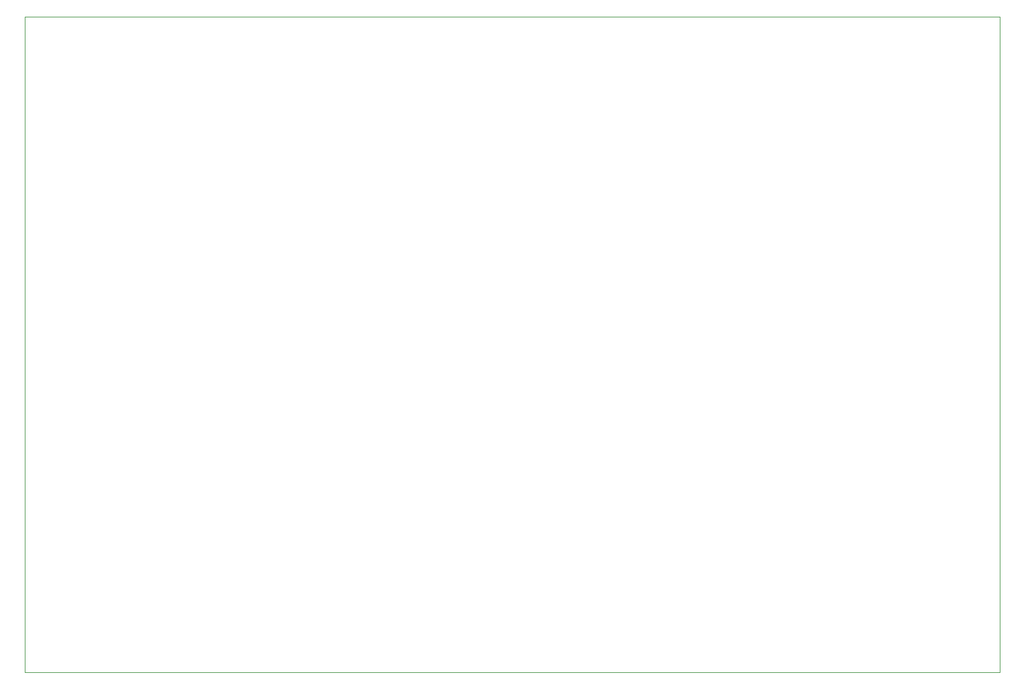
<source format=gbr>
%TF.GenerationSoftware,KiCad,Pcbnew,9.0.6-9.0.6~ubuntu22.04.1*%
%TF.CreationDate,2025-11-15T10:49:45-06:00*%
%TF.ProjectId,ESP32-Simple-Thermostat-PCB,45535033-322d-4536-996d-706c652d5468,rev?*%
%TF.SameCoordinates,Original*%
%TF.FileFunction,Profile,NP*%
%FSLAX46Y46*%
G04 Gerber Fmt 4.6, Leading zero omitted, Abs format (unit mm)*
G04 Created by KiCad (PCBNEW 9.0.6-9.0.6~ubuntu22.04.1) date 2025-11-15 10:49:45*
%MOMM*%
%LPD*%
G01*
G04 APERTURE LIST*
%TA.AperFunction,Profile*%
%ADD10C,0.100000*%
%TD*%
G04 APERTURE END LIST*
D10*
X21500000Y-28000000D02*
X154500000Y-28000000D01*
X154500000Y-117500000D01*
X21500000Y-117500000D01*
X21500000Y-28000000D01*
M02*

</source>
